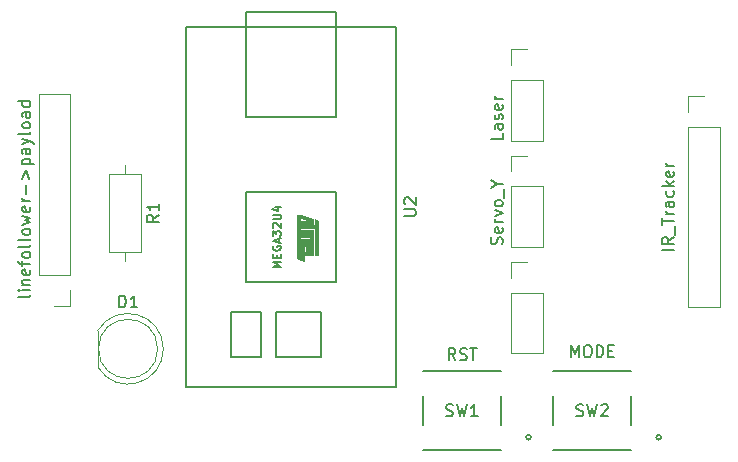
<source format=gbr>
%TF.GenerationSoftware,KiCad,Pcbnew,9.0.1*%
%TF.CreationDate,2025-05-04T20:41:54+10:00*%
%TF.ProjectId,payload_controlboard,7061796c-6f61-4645-9f63-6f6e74726f6c,rev?*%
%TF.SameCoordinates,Original*%
%TF.FileFunction,Legend,Top*%
%TF.FilePolarity,Positive*%
%FSLAX46Y46*%
G04 Gerber Fmt 4.6, Leading zero omitted, Abs format (unit mm)*
G04 Created by KiCad (PCBNEW 9.0.1) date 2025-05-04 20:41:54*
%MOMM*%
%LPD*%
G01*
G04 APERTURE LIST*
%ADD10C,0.150000*%
%ADD11C,0.120000*%
%ADD12C,0.152400*%
%ADD13C,0.100000*%
G04 APERTURE END LIST*
D10*
X105454819Y-102939048D02*
X105407200Y-103034286D01*
X105407200Y-103034286D02*
X105311961Y-103081905D01*
X105311961Y-103081905D02*
X104454819Y-103081905D01*
X105454819Y-102558095D02*
X104788152Y-102558095D01*
X104454819Y-102558095D02*
X104502438Y-102605714D01*
X104502438Y-102605714D02*
X104550057Y-102558095D01*
X104550057Y-102558095D02*
X104502438Y-102510476D01*
X104502438Y-102510476D02*
X104454819Y-102558095D01*
X104454819Y-102558095D02*
X104550057Y-102558095D01*
X104788152Y-102081905D02*
X105454819Y-102081905D01*
X104883390Y-102081905D02*
X104835771Y-102034286D01*
X104835771Y-102034286D02*
X104788152Y-101939048D01*
X104788152Y-101939048D02*
X104788152Y-101796191D01*
X104788152Y-101796191D02*
X104835771Y-101700953D01*
X104835771Y-101700953D02*
X104931009Y-101653334D01*
X104931009Y-101653334D02*
X105454819Y-101653334D01*
X105407200Y-100796191D02*
X105454819Y-100891429D01*
X105454819Y-100891429D02*
X105454819Y-101081905D01*
X105454819Y-101081905D02*
X105407200Y-101177143D01*
X105407200Y-101177143D02*
X105311961Y-101224762D01*
X105311961Y-101224762D02*
X104931009Y-101224762D01*
X104931009Y-101224762D02*
X104835771Y-101177143D01*
X104835771Y-101177143D02*
X104788152Y-101081905D01*
X104788152Y-101081905D02*
X104788152Y-100891429D01*
X104788152Y-100891429D02*
X104835771Y-100796191D01*
X104835771Y-100796191D02*
X104931009Y-100748572D01*
X104931009Y-100748572D02*
X105026247Y-100748572D01*
X105026247Y-100748572D02*
X105121485Y-101224762D01*
X104788152Y-100462857D02*
X104788152Y-100081905D01*
X105454819Y-100320000D02*
X104597676Y-100320000D01*
X104597676Y-100320000D02*
X104502438Y-100272381D01*
X104502438Y-100272381D02*
X104454819Y-100177143D01*
X104454819Y-100177143D02*
X104454819Y-100081905D01*
X105454819Y-99605714D02*
X105407200Y-99700952D01*
X105407200Y-99700952D02*
X105359580Y-99748571D01*
X105359580Y-99748571D02*
X105264342Y-99796190D01*
X105264342Y-99796190D02*
X104978628Y-99796190D01*
X104978628Y-99796190D02*
X104883390Y-99748571D01*
X104883390Y-99748571D02*
X104835771Y-99700952D01*
X104835771Y-99700952D02*
X104788152Y-99605714D01*
X104788152Y-99605714D02*
X104788152Y-99462857D01*
X104788152Y-99462857D02*
X104835771Y-99367619D01*
X104835771Y-99367619D02*
X104883390Y-99320000D01*
X104883390Y-99320000D02*
X104978628Y-99272381D01*
X104978628Y-99272381D02*
X105264342Y-99272381D01*
X105264342Y-99272381D02*
X105359580Y-99320000D01*
X105359580Y-99320000D02*
X105407200Y-99367619D01*
X105407200Y-99367619D02*
X105454819Y-99462857D01*
X105454819Y-99462857D02*
X105454819Y-99605714D01*
X105454819Y-98700952D02*
X105407200Y-98796190D01*
X105407200Y-98796190D02*
X105311961Y-98843809D01*
X105311961Y-98843809D02*
X104454819Y-98843809D01*
X105454819Y-98177142D02*
X105407200Y-98272380D01*
X105407200Y-98272380D02*
X105311961Y-98319999D01*
X105311961Y-98319999D02*
X104454819Y-98319999D01*
X105454819Y-97653332D02*
X105407200Y-97748570D01*
X105407200Y-97748570D02*
X105359580Y-97796189D01*
X105359580Y-97796189D02*
X105264342Y-97843808D01*
X105264342Y-97843808D02*
X104978628Y-97843808D01*
X104978628Y-97843808D02*
X104883390Y-97796189D01*
X104883390Y-97796189D02*
X104835771Y-97748570D01*
X104835771Y-97748570D02*
X104788152Y-97653332D01*
X104788152Y-97653332D02*
X104788152Y-97510475D01*
X104788152Y-97510475D02*
X104835771Y-97415237D01*
X104835771Y-97415237D02*
X104883390Y-97367618D01*
X104883390Y-97367618D02*
X104978628Y-97319999D01*
X104978628Y-97319999D02*
X105264342Y-97319999D01*
X105264342Y-97319999D02*
X105359580Y-97367618D01*
X105359580Y-97367618D02*
X105407200Y-97415237D01*
X105407200Y-97415237D02*
X105454819Y-97510475D01*
X105454819Y-97510475D02*
X105454819Y-97653332D01*
X104788152Y-96986665D02*
X105454819Y-96796189D01*
X105454819Y-96796189D02*
X104978628Y-96605713D01*
X104978628Y-96605713D02*
X105454819Y-96415237D01*
X105454819Y-96415237D02*
X104788152Y-96224761D01*
X105407200Y-95462856D02*
X105454819Y-95558094D01*
X105454819Y-95558094D02*
X105454819Y-95748570D01*
X105454819Y-95748570D02*
X105407200Y-95843808D01*
X105407200Y-95843808D02*
X105311961Y-95891427D01*
X105311961Y-95891427D02*
X104931009Y-95891427D01*
X104931009Y-95891427D02*
X104835771Y-95843808D01*
X104835771Y-95843808D02*
X104788152Y-95748570D01*
X104788152Y-95748570D02*
X104788152Y-95558094D01*
X104788152Y-95558094D02*
X104835771Y-95462856D01*
X104835771Y-95462856D02*
X104931009Y-95415237D01*
X104931009Y-95415237D02*
X105026247Y-95415237D01*
X105026247Y-95415237D02*
X105121485Y-95891427D01*
X105454819Y-94986665D02*
X104788152Y-94986665D01*
X104978628Y-94986665D02*
X104883390Y-94939046D01*
X104883390Y-94939046D02*
X104835771Y-94891427D01*
X104835771Y-94891427D02*
X104788152Y-94796189D01*
X104788152Y-94796189D02*
X104788152Y-94700951D01*
X105073866Y-94367617D02*
X105073866Y-93605713D01*
X104788152Y-93129522D02*
X105073866Y-92367618D01*
X105073866Y-92367618D02*
X105359580Y-93129522D01*
X104788152Y-91891427D02*
X105788152Y-91891427D01*
X104835771Y-91891427D02*
X104788152Y-91796189D01*
X104788152Y-91796189D02*
X104788152Y-91605713D01*
X104788152Y-91605713D02*
X104835771Y-91510475D01*
X104835771Y-91510475D02*
X104883390Y-91462856D01*
X104883390Y-91462856D02*
X104978628Y-91415237D01*
X104978628Y-91415237D02*
X105264342Y-91415237D01*
X105264342Y-91415237D02*
X105359580Y-91462856D01*
X105359580Y-91462856D02*
X105407200Y-91510475D01*
X105407200Y-91510475D02*
X105454819Y-91605713D01*
X105454819Y-91605713D02*
X105454819Y-91796189D01*
X105454819Y-91796189D02*
X105407200Y-91891427D01*
X105454819Y-90558094D02*
X104931009Y-90558094D01*
X104931009Y-90558094D02*
X104835771Y-90605713D01*
X104835771Y-90605713D02*
X104788152Y-90700951D01*
X104788152Y-90700951D02*
X104788152Y-90891427D01*
X104788152Y-90891427D02*
X104835771Y-90986665D01*
X105407200Y-90558094D02*
X105454819Y-90653332D01*
X105454819Y-90653332D02*
X105454819Y-90891427D01*
X105454819Y-90891427D02*
X105407200Y-90986665D01*
X105407200Y-90986665D02*
X105311961Y-91034284D01*
X105311961Y-91034284D02*
X105216723Y-91034284D01*
X105216723Y-91034284D02*
X105121485Y-90986665D01*
X105121485Y-90986665D02*
X105073866Y-90891427D01*
X105073866Y-90891427D02*
X105073866Y-90653332D01*
X105073866Y-90653332D02*
X105026247Y-90558094D01*
X104788152Y-90177141D02*
X105454819Y-89939046D01*
X104788152Y-89700951D02*
X105454819Y-89939046D01*
X105454819Y-89939046D02*
X105692914Y-90034284D01*
X105692914Y-90034284D02*
X105740533Y-90081903D01*
X105740533Y-90081903D02*
X105788152Y-90177141D01*
X105454819Y-89177141D02*
X105407200Y-89272379D01*
X105407200Y-89272379D02*
X105311961Y-89319998D01*
X105311961Y-89319998D02*
X104454819Y-89319998D01*
X105454819Y-88653331D02*
X105407200Y-88748569D01*
X105407200Y-88748569D02*
X105359580Y-88796188D01*
X105359580Y-88796188D02*
X105264342Y-88843807D01*
X105264342Y-88843807D02*
X104978628Y-88843807D01*
X104978628Y-88843807D02*
X104883390Y-88796188D01*
X104883390Y-88796188D02*
X104835771Y-88748569D01*
X104835771Y-88748569D02*
X104788152Y-88653331D01*
X104788152Y-88653331D02*
X104788152Y-88510474D01*
X104788152Y-88510474D02*
X104835771Y-88415236D01*
X104835771Y-88415236D02*
X104883390Y-88367617D01*
X104883390Y-88367617D02*
X104978628Y-88319998D01*
X104978628Y-88319998D02*
X105264342Y-88319998D01*
X105264342Y-88319998D02*
X105359580Y-88367617D01*
X105359580Y-88367617D02*
X105407200Y-88415236D01*
X105407200Y-88415236D02*
X105454819Y-88510474D01*
X105454819Y-88510474D02*
X105454819Y-88653331D01*
X105454819Y-87462855D02*
X104931009Y-87462855D01*
X104931009Y-87462855D02*
X104835771Y-87510474D01*
X104835771Y-87510474D02*
X104788152Y-87605712D01*
X104788152Y-87605712D02*
X104788152Y-87796188D01*
X104788152Y-87796188D02*
X104835771Y-87891426D01*
X105407200Y-87462855D02*
X105454819Y-87558093D01*
X105454819Y-87558093D02*
X105454819Y-87796188D01*
X105454819Y-87796188D02*
X105407200Y-87891426D01*
X105407200Y-87891426D02*
X105311961Y-87939045D01*
X105311961Y-87939045D02*
X105216723Y-87939045D01*
X105216723Y-87939045D02*
X105121485Y-87891426D01*
X105121485Y-87891426D02*
X105073866Y-87796188D01*
X105073866Y-87796188D02*
X105073866Y-87558093D01*
X105073866Y-87558093D02*
X105026247Y-87462855D01*
X105454819Y-86558093D02*
X104454819Y-86558093D01*
X105407200Y-86558093D02*
X105454819Y-86653331D01*
X105454819Y-86653331D02*
X105454819Y-86843807D01*
X105454819Y-86843807D02*
X105407200Y-86939045D01*
X105407200Y-86939045D02*
X105359580Y-86986664D01*
X105359580Y-86986664D02*
X105264342Y-87034283D01*
X105264342Y-87034283D02*
X104978628Y-87034283D01*
X104978628Y-87034283D02*
X104883390Y-86986664D01*
X104883390Y-86986664D02*
X104835771Y-86939045D01*
X104835771Y-86939045D02*
X104788152Y-86843807D01*
X104788152Y-86843807D02*
X104788152Y-86653331D01*
X104788152Y-86653331D02*
X104835771Y-86558093D01*
X116324819Y-96166666D02*
X115848628Y-96499999D01*
X116324819Y-96738094D02*
X115324819Y-96738094D01*
X115324819Y-96738094D02*
X115324819Y-96357142D01*
X115324819Y-96357142D02*
X115372438Y-96261904D01*
X115372438Y-96261904D02*
X115420057Y-96214285D01*
X115420057Y-96214285D02*
X115515295Y-96166666D01*
X115515295Y-96166666D02*
X115658152Y-96166666D01*
X115658152Y-96166666D02*
X115753390Y-96214285D01*
X115753390Y-96214285D02*
X115801009Y-96261904D01*
X115801009Y-96261904D02*
X115848628Y-96357142D01*
X115848628Y-96357142D02*
X115848628Y-96738094D01*
X116324819Y-95214285D02*
X116324819Y-95785713D01*
X116324819Y-95499999D02*
X115324819Y-95499999D01*
X115324819Y-95499999D02*
X115467676Y-95595237D01*
X115467676Y-95595237D02*
X115562914Y-95690475D01*
X115562914Y-95690475D02*
X115610533Y-95785713D01*
X145407200Y-98641666D02*
X145454819Y-98498809D01*
X145454819Y-98498809D02*
X145454819Y-98260714D01*
X145454819Y-98260714D02*
X145407200Y-98165476D01*
X145407200Y-98165476D02*
X145359580Y-98117857D01*
X145359580Y-98117857D02*
X145264342Y-98070238D01*
X145264342Y-98070238D02*
X145169104Y-98070238D01*
X145169104Y-98070238D02*
X145073866Y-98117857D01*
X145073866Y-98117857D02*
X145026247Y-98165476D01*
X145026247Y-98165476D02*
X144978628Y-98260714D01*
X144978628Y-98260714D02*
X144931009Y-98451190D01*
X144931009Y-98451190D02*
X144883390Y-98546428D01*
X144883390Y-98546428D02*
X144835771Y-98594047D01*
X144835771Y-98594047D02*
X144740533Y-98641666D01*
X144740533Y-98641666D02*
X144645295Y-98641666D01*
X144645295Y-98641666D02*
X144550057Y-98594047D01*
X144550057Y-98594047D02*
X144502438Y-98546428D01*
X144502438Y-98546428D02*
X144454819Y-98451190D01*
X144454819Y-98451190D02*
X144454819Y-98213095D01*
X144454819Y-98213095D02*
X144502438Y-98070238D01*
X145407200Y-97260714D02*
X145454819Y-97355952D01*
X145454819Y-97355952D02*
X145454819Y-97546428D01*
X145454819Y-97546428D02*
X145407200Y-97641666D01*
X145407200Y-97641666D02*
X145311961Y-97689285D01*
X145311961Y-97689285D02*
X144931009Y-97689285D01*
X144931009Y-97689285D02*
X144835771Y-97641666D01*
X144835771Y-97641666D02*
X144788152Y-97546428D01*
X144788152Y-97546428D02*
X144788152Y-97355952D01*
X144788152Y-97355952D02*
X144835771Y-97260714D01*
X144835771Y-97260714D02*
X144931009Y-97213095D01*
X144931009Y-97213095D02*
X145026247Y-97213095D01*
X145026247Y-97213095D02*
X145121485Y-97689285D01*
X145454819Y-96784523D02*
X144788152Y-96784523D01*
X144978628Y-96784523D02*
X144883390Y-96736904D01*
X144883390Y-96736904D02*
X144835771Y-96689285D01*
X144835771Y-96689285D02*
X144788152Y-96594047D01*
X144788152Y-96594047D02*
X144788152Y-96498809D01*
X144788152Y-96260713D02*
X145454819Y-96022618D01*
X145454819Y-96022618D02*
X144788152Y-95784523D01*
X145454819Y-95260713D02*
X145407200Y-95355951D01*
X145407200Y-95355951D02*
X145359580Y-95403570D01*
X145359580Y-95403570D02*
X145264342Y-95451189D01*
X145264342Y-95451189D02*
X144978628Y-95451189D01*
X144978628Y-95451189D02*
X144883390Y-95403570D01*
X144883390Y-95403570D02*
X144835771Y-95355951D01*
X144835771Y-95355951D02*
X144788152Y-95260713D01*
X144788152Y-95260713D02*
X144788152Y-95117856D01*
X144788152Y-95117856D02*
X144835771Y-95022618D01*
X144835771Y-95022618D02*
X144883390Y-94974999D01*
X144883390Y-94974999D02*
X144978628Y-94927380D01*
X144978628Y-94927380D02*
X145264342Y-94927380D01*
X145264342Y-94927380D02*
X145359580Y-94974999D01*
X145359580Y-94974999D02*
X145407200Y-95022618D01*
X145407200Y-95022618D02*
X145454819Y-95117856D01*
X145454819Y-95117856D02*
X145454819Y-95260713D01*
X145550057Y-94736904D02*
X145550057Y-93974999D01*
X144978628Y-93546427D02*
X145454819Y-93546427D01*
X144454819Y-93879760D02*
X144978628Y-93546427D01*
X144978628Y-93546427D02*
X144454819Y-93213094D01*
X140666667Y-113157199D02*
X140809524Y-113204818D01*
X140809524Y-113204818D02*
X141047619Y-113204818D01*
X141047619Y-113204818D02*
X141142857Y-113157199D01*
X141142857Y-113157199D02*
X141190476Y-113109579D01*
X141190476Y-113109579D02*
X141238095Y-113014341D01*
X141238095Y-113014341D02*
X141238095Y-112919103D01*
X141238095Y-112919103D02*
X141190476Y-112823865D01*
X141190476Y-112823865D02*
X141142857Y-112776246D01*
X141142857Y-112776246D02*
X141047619Y-112728627D01*
X141047619Y-112728627D02*
X140857143Y-112681008D01*
X140857143Y-112681008D02*
X140761905Y-112633389D01*
X140761905Y-112633389D02*
X140714286Y-112585770D01*
X140714286Y-112585770D02*
X140666667Y-112490532D01*
X140666667Y-112490532D02*
X140666667Y-112395294D01*
X140666667Y-112395294D02*
X140714286Y-112300056D01*
X140714286Y-112300056D02*
X140761905Y-112252437D01*
X140761905Y-112252437D02*
X140857143Y-112204818D01*
X140857143Y-112204818D02*
X141095238Y-112204818D01*
X141095238Y-112204818D02*
X141238095Y-112252437D01*
X141571429Y-112204818D02*
X141809524Y-113204818D01*
X141809524Y-113204818D02*
X142000000Y-112490532D01*
X142000000Y-112490532D02*
X142190476Y-113204818D01*
X142190476Y-113204818D02*
X142428572Y-112204818D01*
X143333333Y-113204818D02*
X142761905Y-113204818D01*
X143047619Y-113204818D02*
X143047619Y-112204818D01*
X143047619Y-112204818D02*
X142952381Y-112347675D01*
X142952381Y-112347675D02*
X142857143Y-112442913D01*
X142857143Y-112442913D02*
X142761905Y-112490532D01*
X141452380Y-108454817D02*
X141119047Y-107978626D01*
X140880952Y-108454817D02*
X140880952Y-107454817D01*
X140880952Y-107454817D02*
X141261904Y-107454817D01*
X141261904Y-107454817D02*
X141357142Y-107502436D01*
X141357142Y-107502436D02*
X141404761Y-107550055D01*
X141404761Y-107550055D02*
X141452380Y-107645293D01*
X141452380Y-107645293D02*
X141452380Y-107788150D01*
X141452380Y-107788150D02*
X141404761Y-107883388D01*
X141404761Y-107883388D02*
X141357142Y-107931007D01*
X141357142Y-107931007D02*
X141261904Y-107978626D01*
X141261904Y-107978626D02*
X140880952Y-107978626D01*
X141833333Y-108407198D02*
X141976190Y-108454817D01*
X141976190Y-108454817D02*
X142214285Y-108454817D01*
X142214285Y-108454817D02*
X142309523Y-108407198D01*
X142309523Y-108407198D02*
X142357142Y-108359578D01*
X142357142Y-108359578D02*
X142404761Y-108264340D01*
X142404761Y-108264340D02*
X142404761Y-108169102D01*
X142404761Y-108169102D02*
X142357142Y-108073864D01*
X142357142Y-108073864D02*
X142309523Y-108026245D01*
X142309523Y-108026245D02*
X142214285Y-107978626D01*
X142214285Y-107978626D02*
X142023809Y-107931007D01*
X142023809Y-107931007D02*
X141928571Y-107883388D01*
X141928571Y-107883388D02*
X141880952Y-107835769D01*
X141880952Y-107835769D02*
X141833333Y-107740531D01*
X141833333Y-107740531D02*
X141833333Y-107645293D01*
X141833333Y-107645293D02*
X141880952Y-107550055D01*
X141880952Y-107550055D02*
X141928571Y-107502436D01*
X141928571Y-107502436D02*
X142023809Y-107454817D01*
X142023809Y-107454817D02*
X142261904Y-107454817D01*
X142261904Y-107454817D02*
X142404761Y-107502436D01*
X142690476Y-107454817D02*
X143261904Y-107454817D01*
X142976190Y-108454817D02*
X142976190Y-107454817D01*
X112991905Y-103994819D02*
X112991905Y-102994819D01*
X112991905Y-102994819D02*
X113230000Y-102994819D01*
X113230000Y-102994819D02*
X113372857Y-103042438D01*
X113372857Y-103042438D02*
X113468095Y-103137676D01*
X113468095Y-103137676D02*
X113515714Y-103232914D01*
X113515714Y-103232914D02*
X113563333Y-103423390D01*
X113563333Y-103423390D02*
X113563333Y-103566247D01*
X113563333Y-103566247D02*
X113515714Y-103756723D01*
X113515714Y-103756723D02*
X113468095Y-103851961D01*
X113468095Y-103851961D02*
X113372857Y-103947200D01*
X113372857Y-103947200D02*
X113230000Y-103994819D01*
X113230000Y-103994819D02*
X112991905Y-103994819D01*
X114515714Y-103994819D02*
X113944286Y-103994819D01*
X114230000Y-103994819D02*
X114230000Y-102994819D01*
X114230000Y-102994819D02*
X114134762Y-103137676D01*
X114134762Y-103137676D02*
X114039524Y-103232914D01*
X114039524Y-103232914D02*
X113944286Y-103280533D01*
X151691669Y-113157201D02*
X151834526Y-113204820D01*
X151834526Y-113204820D02*
X152072621Y-113204820D01*
X152072621Y-113204820D02*
X152167859Y-113157201D01*
X152167859Y-113157201D02*
X152215478Y-113109581D01*
X152215478Y-113109581D02*
X152263097Y-113014343D01*
X152263097Y-113014343D02*
X152263097Y-112919105D01*
X152263097Y-112919105D02*
X152215478Y-112823867D01*
X152215478Y-112823867D02*
X152167859Y-112776248D01*
X152167859Y-112776248D02*
X152072621Y-112728629D01*
X152072621Y-112728629D02*
X151882145Y-112681010D01*
X151882145Y-112681010D02*
X151786907Y-112633391D01*
X151786907Y-112633391D02*
X151739288Y-112585772D01*
X151739288Y-112585772D02*
X151691669Y-112490534D01*
X151691669Y-112490534D02*
X151691669Y-112395296D01*
X151691669Y-112395296D02*
X151739288Y-112300058D01*
X151739288Y-112300058D02*
X151786907Y-112252439D01*
X151786907Y-112252439D02*
X151882145Y-112204820D01*
X151882145Y-112204820D02*
X152120240Y-112204820D01*
X152120240Y-112204820D02*
X152263097Y-112252439D01*
X152596431Y-112204820D02*
X152834526Y-113204820D01*
X152834526Y-113204820D02*
X153025002Y-112490534D01*
X153025002Y-112490534D02*
X153215478Y-113204820D01*
X153215478Y-113204820D02*
X153453574Y-112204820D01*
X153786907Y-112300058D02*
X153834526Y-112252439D01*
X153834526Y-112252439D02*
X153929764Y-112204820D01*
X153929764Y-112204820D02*
X154167859Y-112204820D01*
X154167859Y-112204820D02*
X154263097Y-112252439D01*
X154263097Y-112252439D02*
X154310716Y-112300058D01*
X154310716Y-112300058D02*
X154358335Y-112395296D01*
X154358335Y-112395296D02*
X154358335Y-112490534D01*
X154358335Y-112490534D02*
X154310716Y-112633391D01*
X154310716Y-112633391D02*
X153739288Y-113204820D01*
X153739288Y-113204820D02*
X154358335Y-113204820D01*
X151215478Y-108204820D02*
X151215478Y-107204820D01*
X151215478Y-107204820D02*
X151548811Y-107919105D01*
X151548811Y-107919105D02*
X151882144Y-107204820D01*
X151882144Y-107204820D02*
X151882144Y-108204820D01*
X152548811Y-107204820D02*
X152739287Y-107204820D01*
X152739287Y-107204820D02*
X152834525Y-107252439D01*
X152834525Y-107252439D02*
X152929763Y-107347677D01*
X152929763Y-107347677D02*
X152977382Y-107538153D01*
X152977382Y-107538153D02*
X152977382Y-107871486D01*
X152977382Y-107871486D02*
X152929763Y-108061962D01*
X152929763Y-108061962D02*
X152834525Y-108157201D01*
X152834525Y-108157201D02*
X152739287Y-108204820D01*
X152739287Y-108204820D02*
X152548811Y-108204820D01*
X152548811Y-108204820D02*
X152453573Y-108157201D01*
X152453573Y-108157201D02*
X152358335Y-108061962D01*
X152358335Y-108061962D02*
X152310716Y-107871486D01*
X152310716Y-107871486D02*
X152310716Y-107538153D01*
X152310716Y-107538153D02*
X152358335Y-107347677D01*
X152358335Y-107347677D02*
X152453573Y-107252439D01*
X152453573Y-107252439D02*
X152548811Y-107204820D01*
X153405954Y-108204820D02*
X153405954Y-107204820D01*
X153405954Y-107204820D02*
X153644049Y-107204820D01*
X153644049Y-107204820D02*
X153786906Y-107252439D01*
X153786906Y-107252439D02*
X153882144Y-107347677D01*
X153882144Y-107347677D02*
X153929763Y-107442915D01*
X153929763Y-107442915D02*
X153977382Y-107633391D01*
X153977382Y-107633391D02*
X153977382Y-107776248D01*
X153977382Y-107776248D02*
X153929763Y-107966724D01*
X153929763Y-107966724D02*
X153882144Y-108061962D01*
X153882144Y-108061962D02*
X153786906Y-108157201D01*
X153786906Y-108157201D02*
X153644049Y-108204820D01*
X153644049Y-108204820D02*
X153405954Y-108204820D01*
X154405954Y-107681010D02*
X154739287Y-107681010D01*
X154882144Y-108204820D02*
X154405954Y-108204820D01*
X154405954Y-108204820D02*
X154405954Y-107204820D01*
X154405954Y-107204820D02*
X154882144Y-107204820D01*
X159954819Y-99095238D02*
X158954819Y-99095238D01*
X159954819Y-98047620D02*
X159478628Y-98380953D01*
X159954819Y-98619048D02*
X158954819Y-98619048D01*
X158954819Y-98619048D02*
X158954819Y-98238096D01*
X158954819Y-98238096D02*
X159002438Y-98142858D01*
X159002438Y-98142858D02*
X159050057Y-98095239D01*
X159050057Y-98095239D02*
X159145295Y-98047620D01*
X159145295Y-98047620D02*
X159288152Y-98047620D01*
X159288152Y-98047620D02*
X159383390Y-98095239D01*
X159383390Y-98095239D02*
X159431009Y-98142858D01*
X159431009Y-98142858D02*
X159478628Y-98238096D01*
X159478628Y-98238096D02*
X159478628Y-98619048D01*
X160050057Y-97857144D02*
X160050057Y-97095239D01*
X158954819Y-97000000D02*
X158954819Y-96428572D01*
X159954819Y-96714286D02*
X158954819Y-96714286D01*
X159954819Y-96095238D02*
X159288152Y-96095238D01*
X159478628Y-96095238D02*
X159383390Y-96047619D01*
X159383390Y-96047619D02*
X159335771Y-96000000D01*
X159335771Y-96000000D02*
X159288152Y-95904762D01*
X159288152Y-95904762D02*
X159288152Y-95809524D01*
X159954819Y-95047619D02*
X159431009Y-95047619D01*
X159431009Y-95047619D02*
X159335771Y-95095238D01*
X159335771Y-95095238D02*
X159288152Y-95190476D01*
X159288152Y-95190476D02*
X159288152Y-95380952D01*
X159288152Y-95380952D02*
X159335771Y-95476190D01*
X159907200Y-95047619D02*
X159954819Y-95142857D01*
X159954819Y-95142857D02*
X159954819Y-95380952D01*
X159954819Y-95380952D02*
X159907200Y-95476190D01*
X159907200Y-95476190D02*
X159811961Y-95523809D01*
X159811961Y-95523809D02*
X159716723Y-95523809D01*
X159716723Y-95523809D02*
X159621485Y-95476190D01*
X159621485Y-95476190D02*
X159573866Y-95380952D01*
X159573866Y-95380952D02*
X159573866Y-95142857D01*
X159573866Y-95142857D02*
X159526247Y-95047619D01*
X159907200Y-94142857D02*
X159954819Y-94238095D01*
X159954819Y-94238095D02*
X159954819Y-94428571D01*
X159954819Y-94428571D02*
X159907200Y-94523809D01*
X159907200Y-94523809D02*
X159859580Y-94571428D01*
X159859580Y-94571428D02*
X159764342Y-94619047D01*
X159764342Y-94619047D02*
X159478628Y-94619047D01*
X159478628Y-94619047D02*
X159383390Y-94571428D01*
X159383390Y-94571428D02*
X159335771Y-94523809D01*
X159335771Y-94523809D02*
X159288152Y-94428571D01*
X159288152Y-94428571D02*
X159288152Y-94238095D01*
X159288152Y-94238095D02*
X159335771Y-94142857D01*
X159954819Y-93714285D02*
X158954819Y-93714285D01*
X159573866Y-93619047D02*
X159954819Y-93333333D01*
X159288152Y-93333333D02*
X159669104Y-93714285D01*
X159907200Y-92523809D02*
X159954819Y-92619047D01*
X159954819Y-92619047D02*
X159954819Y-92809523D01*
X159954819Y-92809523D02*
X159907200Y-92904761D01*
X159907200Y-92904761D02*
X159811961Y-92952380D01*
X159811961Y-92952380D02*
X159431009Y-92952380D01*
X159431009Y-92952380D02*
X159335771Y-92904761D01*
X159335771Y-92904761D02*
X159288152Y-92809523D01*
X159288152Y-92809523D02*
X159288152Y-92619047D01*
X159288152Y-92619047D02*
X159335771Y-92523809D01*
X159335771Y-92523809D02*
X159431009Y-92476190D01*
X159431009Y-92476190D02*
X159526247Y-92476190D01*
X159526247Y-92476190D02*
X159621485Y-92952380D01*
X159954819Y-92047618D02*
X159288152Y-92047618D01*
X159478628Y-92047618D02*
X159383390Y-91999999D01*
X159383390Y-91999999D02*
X159335771Y-91952380D01*
X159335771Y-91952380D02*
X159288152Y-91857142D01*
X159288152Y-91857142D02*
X159288152Y-91761904D01*
X137114819Y-96261904D02*
X137924342Y-96261904D01*
X137924342Y-96261904D02*
X138019580Y-96214285D01*
X138019580Y-96214285D02*
X138067200Y-96166666D01*
X138067200Y-96166666D02*
X138114819Y-96071428D01*
X138114819Y-96071428D02*
X138114819Y-95880952D01*
X138114819Y-95880952D02*
X138067200Y-95785714D01*
X138067200Y-95785714D02*
X138019580Y-95738095D01*
X138019580Y-95738095D02*
X137924342Y-95690476D01*
X137924342Y-95690476D02*
X137114819Y-95690476D01*
X137210057Y-95261904D02*
X137162438Y-95214285D01*
X137162438Y-95214285D02*
X137114819Y-95119047D01*
X137114819Y-95119047D02*
X137114819Y-94880952D01*
X137114819Y-94880952D02*
X137162438Y-94785714D01*
X137162438Y-94785714D02*
X137210057Y-94738095D01*
X137210057Y-94738095D02*
X137305295Y-94690476D01*
X137305295Y-94690476D02*
X137400533Y-94690476D01*
X137400533Y-94690476D02*
X137543390Y-94738095D01*
X137543390Y-94738095D02*
X138114819Y-95309523D01*
X138114819Y-95309523D02*
X138114819Y-94690476D01*
X126673033Y-100606666D02*
X125973033Y-100606666D01*
X125973033Y-100606666D02*
X126473033Y-100373333D01*
X126473033Y-100373333D02*
X125973033Y-100139999D01*
X125973033Y-100139999D02*
X126673033Y-100139999D01*
X126306366Y-99806666D02*
X126306366Y-99573333D01*
X126673033Y-99473333D02*
X126673033Y-99806666D01*
X126673033Y-99806666D02*
X125973033Y-99806666D01*
X125973033Y-99806666D02*
X125973033Y-99473333D01*
X126006366Y-98806666D02*
X125973033Y-98873333D01*
X125973033Y-98873333D02*
X125973033Y-98973333D01*
X125973033Y-98973333D02*
X126006366Y-99073333D01*
X126006366Y-99073333D02*
X126073033Y-99140000D01*
X126073033Y-99140000D02*
X126139700Y-99173333D01*
X126139700Y-99173333D02*
X126273033Y-99206666D01*
X126273033Y-99206666D02*
X126373033Y-99206666D01*
X126373033Y-99206666D02*
X126506366Y-99173333D01*
X126506366Y-99173333D02*
X126573033Y-99140000D01*
X126573033Y-99140000D02*
X126639700Y-99073333D01*
X126639700Y-99073333D02*
X126673033Y-98973333D01*
X126673033Y-98973333D02*
X126673033Y-98906666D01*
X126673033Y-98906666D02*
X126639700Y-98806666D01*
X126639700Y-98806666D02*
X126606366Y-98773333D01*
X126606366Y-98773333D02*
X126373033Y-98773333D01*
X126373033Y-98773333D02*
X126373033Y-98906666D01*
X126473033Y-98506666D02*
X126473033Y-98173333D01*
X126673033Y-98573333D02*
X125973033Y-98340000D01*
X125973033Y-98340000D02*
X126673033Y-98106666D01*
X125973033Y-97940000D02*
X125973033Y-97506666D01*
X125973033Y-97506666D02*
X126239700Y-97740000D01*
X126239700Y-97740000D02*
X126239700Y-97640000D01*
X126239700Y-97640000D02*
X126273033Y-97573333D01*
X126273033Y-97573333D02*
X126306366Y-97540000D01*
X126306366Y-97540000D02*
X126373033Y-97506666D01*
X126373033Y-97506666D02*
X126539700Y-97506666D01*
X126539700Y-97506666D02*
X126606366Y-97540000D01*
X126606366Y-97540000D02*
X126639700Y-97573333D01*
X126639700Y-97573333D02*
X126673033Y-97640000D01*
X126673033Y-97640000D02*
X126673033Y-97840000D01*
X126673033Y-97840000D02*
X126639700Y-97906666D01*
X126639700Y-97906666D02*
X126606366Y-97940000D01*
X126039700Y-97239999D02*
X126006366Y-97206666D01*
X126006366Y-97206666D02*
X125973033Y-97139999D01*
X125973033Y-97139999D02*
X125973033Y-96973333D01*
X125973033Y-96973333D02*
X126006366Y-96906666D01*
X126006366Y-96906666D02*
X126039700Y-96873333D01*
X126039700Y-96873333D02*
X126106366Y-96839999D01*
X126106366Y-96839999D02*
X126173033Y-96839999D01*
X126173033Y-96839999D02*
X126273033Y-96873333D01*
X126273033Y-96873333D02*
X126673033Y-97273333D01*
X126673033Y-97273333D02*
X126673033Y-96839999D01*
X125973033Y-96539999D02*
X126539700Y-96539999D01*
X126539700Y-96539999D02*
X126606366Y-96506666D01*
X126606366Y-96506666D02*
X126639700Y-96473332D01*
X126639700Y-96473332D02*
X126673033Y-96406666D01*
X126673033Y-96406666D02*
X126673033Y-96273332D01*
X126673033Y-96273332D02*
X126639700Y-96206666D01*
X126639700Y-96206666D02*
X126606366Y-96173332D01*
X126606366Y-96173332D02*
X126539700Y-96139999D01*
X126539700Y-96139999D02*
X125973033Y-96139999D01*
X126206366Y-95506666D02*
X126673033Y-95506666D01*
X125939700Y-95673333D02*
X126439700Y-95839999D01*
X126439700Y-95839999D02*
X126439700Y-95406666D01*
X145454819Y-89260714D02*
X145454819Y-89736904D01*
X145454819Y-89736904D02*
X144454819Y-89736904D01*
X145454819Y-88498809D02*
X144931009Y-88498809D01*
X144931009Y-88498809D02*
X144835771Y-88546428D01*
X144835771Y-88546428D02*
X144788152Y-88641666D01*
X144788152Y-88641666D02*
X144788152Y-88832142D01*
X144788152Y-88832142D02*
X144835771Y-88927380D01*
X145407200Y-88498809D02*
X145454819Y-88594047D01*
X145454819Y-88594047D02*
X145454819Y-88832142D01*
X145454819Y-88832142D02*
X145407200Y-88927380D01*
X145407200Y-88927380D02*
X145311961Y-88974999D01*
X145311961Y-88974999D02*
X145216723Y-88974999D01*
X145216723Y-88974999D02*
X145121485Y-88927380D01*
X145121485Y-88927380D02*
X145073866Y-88832142D01*
X145073866Y-88832142D02*
X145073866Y-88594047D01*
X145073866Y-88594047D02*
X145026247Y-88498809D01*
X145407200Y-88070237D02*
X145454819Y-87974999D01*
X145454819Y-87974999D02*
X145454819Y-87784523D01*
X145454819Y-87784523D02*
X145407200Y-87689285D01*
X145407200Y-87689285D02*
X145311961Y-87641666D01*
X145311961Y-87641666D02*
X145264342Y-87641666D01*
X145264342Y-87641666D02*
X145169104Y-87689285D01*
X145169104Y-87689285D02*
X145121485Y-87784523D01*
X145121485Y-87784523D02*
X145121485Y-87927380D01*
X145121485Y-87927380D02*
X145073866Y-88022618D01*
X145073866Y-88022618D02*
X144978628Y-88070237D01*
X144978628Y-88070237D02*
X144931009Y-88070237D01*
X144931009Y-88070237D02*
X144835771Y-88022618D01*
X144835771Y-88022618D02*
X144788152Y-87927380D01*
X144788152Y-87927380D02*
X144788152Y-87784523D01*
X144788152Y-87784523D02*
X144835771Y-87689285D01*
X145407200Y-86832142D02*
X145454819Y-86927380D01*
X145454819Y-86927380D02*
X145454819Y-87117856D01*
X145454819Y-87117856D02*
X145407200Y-87213094D01*
X145407200Y-87213094D02*
X145311961Y-87260713D01*
X145311961Y-87260713D02*
X144931009Y-87260713D01*
X144931009Y-87260713D02*
X144835771Y-87213094D01*
X144835771Y-87213094D02*
X144788152Y-87117856D01*
X144788152Y-87117856D02*
X144788152Y-86927380D01*
X144788152Y-86927380D02*
X144835771Y-86832142D01*
X144835771Y-86832142D02*
X144931009Y-86784523D01*
X144931009Y-86784523D02*
X145026247Y-86784523D01*
X145026247Y-86784523D02*
X145121485Y-87260713D01*
X145454819Y-86355951D02*
X144788152Y-86355951D01*
X144978628Y-86355951D02*
X144883390Y-86308332D01*
X144883390Y-86308332D02*
X144835771Y-86260713D01*
X144835771Y-86260713D02*
X144788152Y-86165475D01*
X144788152Y-86165475D02*
X144788152Y-86070237D01*
D11*
%TO.C,J5*%
X106170000Y-101270000D02*
X106170000Y-85970000D01*
X108830000Y-85970000D02*
X106170000Y-85970000D01*
X108830000Y-101270000D02*
X106170000Y-101270000D01*
X108830000Y-101270000D02*
X108830000Y-85970000D01*
X108830000Y-102540000D02*
X108830000Y-103870000D01*
X108830000Y-103870000D02*
X107500000Y-103870000D01*
%TO.C,R1*%
X112130000Y-92730000D02*
X112130000Y-99270000D01*
X112130000Y-99270000D02*
X114870000Y-99270000D01*
X113500000Y-91960000D02*
X113500000Y-92730000D01*
X113500000Y-100040000D02*
X113500000Y-99270000D01*
X114870000Y-92730000D02*
X112130000Y-92730000D01*
X114870000Y-99270000D02*
X114870000Y-92730000D01*
%TO.C,J2*%
X146170000Y-91145000D02*
X147500000Y-91145000D01*
X146170000Y-92475000D02*
X146170000Y-91145000D01*
X146170000Y-93745000D02*
X146170000Y-98885000D01*
X146170000Y-93745000D02*
X148830000Y-93745000D01*
X146170000Y-98885000D02*
X148830000Y-98885000D01*
X148830000Y-93745000D02*
X148830000Y-98885000D01*
D12*
%TO.C,SW1*%
X138672600Y-111532762D02*
X138672600Y-113967236D01*
X138672600Y-116077399D02*
X145327400Y-116077399D01*
X145327400Y-109422599D02*
X138672600Y-109422599D01*
X145327400Y-113967236D02*
X145327400Y-111532762D01*
X147842199Y-115000000D02*
G75*
G02*
X147435799Y-115000000I-203200J0D01*
G01*
X147435799Y-115000000D02*
G75*
G02*
X147842199Y-115000000I203200J0D01*
G01*
D11*
%TO.C,J1*%
X146170000Y-100145000D02*
X147500000Y-100145000D01*
X146170000Y-101475000D02*
X146170000Y-100145000D01*
X146170000Y-102745000D02*
X146170000Y-107885000D01*
X146170000Y-102745000D02*
X148830000Y-102745000D01*
X146170000Y-107885000D02*
X148830000Y-107885000D01*
X148830000Y-102745000D02*
X148830000Y-107885000D01*
%TO.C,D1*%
X111170000Y-105955000D02*
X111170000Y-109045000D01*
X111170000Y-105955170D02*
G75*
G02*
X116720000Y-107499952I2560000J-1544830D01*
G01*
X116720000Y-107500048D02*
G75*
G02*
X111170000Y-109044830I-2990000J48D01*
G01*
X116230000Y-107500000D02*
G75*
G02*
X111230000Y-107500000I-2500000J0D01*
G01*
X111230000Y-107500000D02*
G75*
G02*
X116230000Y-107500000I2500000J0D01*
G01*
D12*
%TO.C,SW2*%
X149697602Y-111532764D02*
X149697602Y-113967238D01*
X149697602Y-116077401D02*
X156352402Y-116077401D01*
X156352402Y-109422601D02*
X149697602Y-109422601D01*
X156352402Y-113967238D02*
X156352402Y-111532764D01*
X158867201Y-115000002D02*
G75*
G02*
X158460801Y-115000002I-203200J0D01*
G01*
X158460801Y-115000002D02*
G75*
G02*
X158867201Y-115000002I203200J0D01*
G01*
D11*
%TO.C,J3*%
X161170000Y-86090000D02*
X162500000Y-86090000D01*
X161170000Y-87420000D02*
X161170000Y-86090000D01*
X161170000Y-88690000D02*
X161170000Y-103990000D01*
X161170000Y-88690000D02*
X163830000Y-88690000D01*
X161170000Y-103990000D02*
X163830000Y-103990000D01*
X163830000Y-88690000D02*
X163830000Y-103990000D01*
D10*
%TO.C,U2*%
X118610000Y-80260000D02*
X136390000Y-80260000D01*
X118610000Y-110740000D02*
X118610000Y-80260000D01*
X122420000Y-104390000D02*
X122420000Y-108200000D01*
X122420000Y-108200000D02*
X124960000Y-108200000D01*
X123690000Y-78990000D02*
X131310000Y-78990000D01*
X123690000Y-87880000D02*
X123690000Y-78990000D01*
X123690000Y-94230000D02*
X123690000Y-101850000D01*
X123690000Y-101850000D02*
X131310000Y-101850000D01*
X124960000Y-104390000D02*
X122420000Y-104390000D01*
X124960000Y-108200000D02*
X124960000Y-104390000D01*
X126230000Y-104390000D02*
X126230000Y-108200000D01*
X126230000Y-108200000D02*
X130040000Y-108200000D01*
X127500000Y-104390000D02*
X126230000Y-104390000D01*
X130040000Y-104390000D02*
X127500000Y-104390000D01*
X130040000Y-108200000D02*
X130040000Y-104390000D01*
X131310000Y-78990000D02*
X131310000Y-87880000D01*
X131310000Y-87880000D02*
X123690000Y-87880000D01*
X131310000Y-94230000D02*
X123690000Y-94230000D01*
X131310000Y-101850000D02*
X131310000Y-94230000D01*
X136390000Y-80260000D02*
X136390000Y-110740000D01*
X136390000Y-110740000D02*
X118610000Y-110740000D01*
D13*
X128262000Y-99945000D02*
X128008000Y-99818000D01*
X128008000Y-96135000D01*
X128262000Y-96135000D01*
X128262000Y-99945000D01*
G36*
X128262000Y-99945000D02*
G01*
X128008000Y-99818000D01*
X128008000Y-96135000D01*
X128262000Y-96135000D01*
X128262000Y-99945000D01*
G37*
X129405000Y-99564000D02*
X128643000Y-99564000D01*
X128643000Y-100072000D01*
X128389000Y-99945000D01*
X128389000Y-99310000D01*
X129405000Y-99310000D01*
X129405000Y-99564000D01*
G36*
X129405000Y-99564000D02*
G01*
X128643000Y-99564000D01*
X128643000Y-100072000D01*
X128389000Y-99945000D01*
X128389000Y-99310000D01*
X129405000Y-99310000D01*
X129405000Y-99564000D01*
G37*
X129405000Y-96516000D02*
X129405000Y-96897000D01*
X128389000Y-96897000D01*
X128389000Y-96643000D01*
X129151000Y-96643000D01*
X128389000Y-96389000D01*
X128389000Y-96135000D01*
X129405000Y-96516000D01*
G36*
X129405000Y-96516000D02*
G01*
X129405000Y-96897000D01*
X128389000Y-96897000D01*
X128389000Y-96643000D01*
X129151000Y-96643000D01*
X128389000Y-96389000D01*
X128389000Y-96135000D01*
X129405000Y-96516000D01*
G37*
X129786000Y-96643000D02*
X129786000Y-99564000D01*
X129532000Y-99564000D01*
X129532000Y-97278000D01*
X128389000Y-97278000D01*
X128389000Y-97024000D01*
X129532000Y-97024000D01*
X129532000Y-96516000D01*
X129786000Y-96643000D01*
G36*
X129786000Y-96643000D02*
G01*
X129786000Y-99564000D01*
X129532000Y-99564000D01*
X129532000Y-97278000D01*
X128389000Y-97278000D01*
X128389000Y-97024000D01*
X129532000Y-97024000D01*
X129532000Y-96516000D01*
X129786000Y-96643000D01*
G37*
X129405000Y-98421000D02*
X128389000Y-98421000D01*
X128389000Y-98167000D01*
X129151000Y-98167000D01*
X129151000Y-98040000D01*
X128389000Y-98040000D01*
X128389000Y-97786000D01*
X129151000Y-97786000D01*
X129151000Y-97659000D01*
X128389000Y-97659000D01*
X128389000Y-97405000D01*
X129405000Y-97405000D01*
X129405000Y-98421000D01*
G36*
X129405000Y-98421000D02*
G01*
X128389000Y-98421000D01*
X128389000Y-98167000D01*
X129151000Y-98167000D01*
X129151000Y-98040000D01*
X128389000Y-98040000D01*
X128389000Y-97786000D01*
X129151000Y-97786000D01*
X129151000Y-97659000D01*
X128389000Y-97659000D01*
X128389000Y-97405000D01*
X129405000Y-97405000D01*
X129405000Y-98421000D01*
G37*
X129405000Y-99183000D02*
X129151000Y-99183000D01*
X129151000Y-98802000D01*
X129024000Y-98802000D01*
X129024000Y-99183000D01*
X128770000Y-99183000D01*
X128770000Y-98802000D01*
X128643000Y-98802000D01*
X128643000Y-99183000D01*
X128389000Y-99183000D01*
X128389000Y-98548000D01*
X129405000Y-98548000D01*
X129405000Y-99183000D01*
G36*
X129405000Y-99183000D02*
G01*
X129151000Y-99183000D01*
X129151000Y-98802000D01*
X129024000Y-98802000D01*
X129024000Y-99183000D01*
X128770000Y-99183000D01*
X128770000Y-98802000D01*
X128643000Y-98802000D01*
X128643000Y-99183000D01*
X128389000Y-99183000D01*
X128389000Y-98548000D01*
X129405000Y-98548000D01*
X129405000Y-99183000D01*
G37*
D11*
%TO.C,J4*%
X146170000Y-82145000D02*
X147500000Y-82145000D01*
X146170000Y-83475000D02*
X146170000Y-82145000D01*
X146170000Y-84745000D02*
X146170000Y-89885000D01*
X146170000Y-84745000D02*
X148830000Y-84745000D01*
X146170000Y-89885000D02*
X148830000Y-89885000D01*
X148830000Y-84745000D02*
X148830000Y-89885000D01*
%TD*%
M02*

</source>
